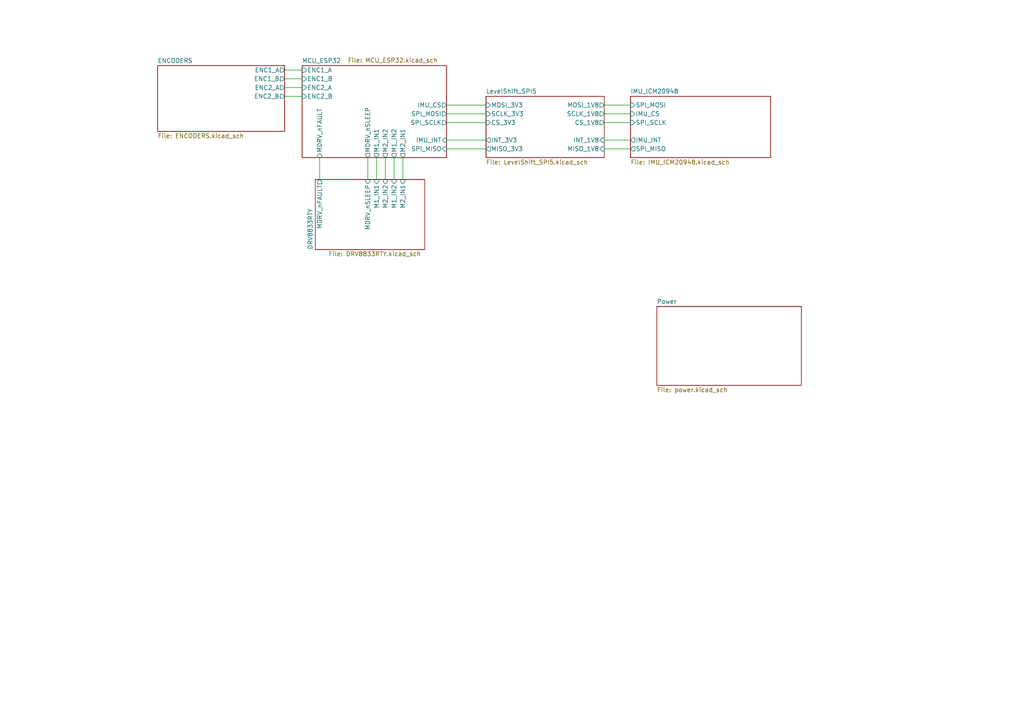
<source format=kicad_sch>
(kicad_sch
	(version 20250114)
	(generator "eeschema")
	(generator_version "9.0")
	(uuid "891cdf0c-b4c2-4f65-9c53-c267913f529d")
	(paper "A4")
	(lib_symbols)
	(wire
		(pts
			(xy 92.71 45.72) (xy 92.71 52.07)
		)
		(stroke
			(width 0)
			(type default)
		)
		(uuid "30e73459-2aa6-4145-80ca-b0e5e909478f")
	)
	(wire
		(pts
			(xy 175.26 35.56) (xy 182.88 35.56)
		)
		(stroke
			(width 0)
			(type default)
		)
		(uuid "42cd5b4a-40e6-4d00-82f0-96792f4babf6")
	)
	(wire
		(pts
			(xy 111.76 45.72) (xy 111.76 52.07)
		)
		(stroke
			(width 0)
			(type default)
		)
		(uuid "5cf24eb6-74b7-450a-a0e2-eaac4e37ba7d")
	)
	(wire
		(pts
			(xy 116.84 45.72) (xy 116.84 52.07)
		)
		(stroke
			(width 0)
			(type default)
		)
		(uuid "63c35713-a196-44aa-93b2-22c1dfd84b09")
	)
	(wire
		(pts
			(xy 129.54 33.02) (xy 140.97 33.02)
		)
		(stroke
			(width 0)
			(type default)
		)
		(uuid "6fd69a06-6b62-4469-8783-246e796b1474")
	)
	(wire
		(pts
			(xy 106.68 45.72) (xy 106.68 52.07)
		)
		(stroke
			(width 0)
			(type default)
		)
		(uuid "7bd4aa6f-99e0-41a0-ab32-b6470bb9068a")
	)
	(wire
		(pts
			(xy 175.26 30.48) (xy 182.88 30.48)
		)
		(stroke
			(width 0)
			(type default)
		)
		(uuid "7cec3729-cedb-44be-95f1-0554997ba570")
	)
	(wire
		(pts
			(xy 114.3 45.72) (xy 114.3 52.07)
		)
		(stroke
			(width 0)
			(type default)
		)
		(uuid "81f9630d-684d-43eb-897c-11e5a0cdb77f")
	)
	(wire
		(pts
			(xy 129.54 40.64) (xy 140.97 40.64)
		)
		(stroke
			(width 0)
			(type default)
		)
		(uuid "9247c72a-fa98-4f5f-9e12-6c79e7e06e2c")
	)
	(wire
		(pts
			(xy 82.55 22.86) (xy 87.63 22.86)
		)
		(stroke
			(width 0)
			(type default)
		)
		(uuid "93f6541e-223c-4fa7-b4fc-b79d55a88b1d")
	)
	(wire
		(pts
			(xy 175.26 40.64) (xy 182.88 40.64)
		)
		(stroke
			(width 0)
			(type default)
		)
		(uuid "95f4d8e7-0a82-4b1c-85ca-bef644862171")
	)
	(wire
		(pts
			(xy 82.55 25.4) (xy 87.63 25.4)
		)
		(stroke
			(width 0)
			(type default)
		)
		(uuid "a48edc7c-c955-43bb-8712-0013a6972ff4")
	)
	(wire
		(pts
			(xy 109.22 45.72) (xy 109.22 52.07)
		)
		(stroke
			(width 0)
			(type default)
		)
		(uuid "a58cb256-7945-4ce7-955f-c1b02eaf6fd8")
	)
	(wire
		(pts
			(xy 82.55 20.32) (xy 87.63 20.32)
		)
		(stroke
			(width 0)
			(type default)
		)
		(uuid "b4770ed4-69fe-4c82-93ce-594cebea4f93")
	)
	(wire
		(pts
			(xy 175.26 33.02) (xy 182.88 33.02)
		)
		(stroke
			(width 0)
			(type default)
		)
		(uuid "ccbbc30e-7897-4ed0-a142-d7cf07ab1db0")
	)
	(wire
		(pts
			(xy 175.26 43.18) (xy 182.88 43.18)
		)
		(stroke
			(width 0)
			(type default)
		)
		(uuid "ce08111a-cd3f-4936-9ca6-d4f9740c88a4")
	)
	(wire
		(pts
			(xy 129.54 35.56) (xy 140.97 35.56)
		)
		(stroke
			(width 0)
			(type default)
		)
		(uuid "e29e3fcd-abdb-4e7b-80b2-4f6f16b49408")
	)
	(wire
		(pts
			(xy 82.55 27.94) (xy 87.63 27.94)
		)
		(stroke
			(width 0)
			(type default)
		)
		(uuid "e5522d90-db44-4514-8b6c-2f7ffb4f0c9d")
	)
	(wire
		(pts
			(xy 129.54 30.48) (xy 140.97 30.48)
		)
		(stroke
			(width 0)
			(type default)
		)
		(uuid "e6379864-e010-48b0-b8dc-766e4182d0c2")
	)
	(wire
		(pts
			(xy 129.54 43.18) (xy 140.97 43.18)
		)
		(stroke
			(width 0)
			(type default)
		)
		(uuid "f53f716e-8461-4216-ac5f-cce5e95062a8")
	)
	(sheet
		(at 91.44 52.07)
		(size 31.75 20.32)
		(exclude_from_sim no)
		(in_bom yes)
		(on_board yes)
		(dnp no)
		(stroke
			(width 0.1524)
			(type solid)
		)
		(fill
			(color 0 0 0 0.0000)
		)
		(uuid "307903b1-5c4f-40ae-a94c-a51eab6addcb")
		(property "Sheetname" "DRV8833RTY"
			(at 90.7284 72.39 90)
			(effects
				(font
					(size 1.27 1.27)
				)
				(justify left bottom)
			)
		)
		(property "Sheetfile" "DRV8833RTY.kicad_sch"
			(at 95.25 72.898 0)
			(effects
				(font
					(size 1.27 1.27)
				)
				(justify left top)
			)
		)
		(pin "MDRV_nSLEEP" input
			(at 106.68 52.07 90)
			(uuid "ba1b9ebb-f6c4-44d7-90dc-739e07494b80")
			(effects
				(font
					(size 1.27 1.27)
				)
				(justify right)
			)
		)
		(pin "MDRV_nFAULT" output
			(at 92.71 52.07 90)
			(uuid "8290fcfc-4f52-4231-a333-08ed36c10f54")
			(effects
				(font
					(size 1.27 1.27)
				)
				(justify right)
			)
		)
		(pin "M1_IN1" input
			(at 109.22 52.07 90)
			(uuid "c1b88cfe-d76e-4d55-b441-ca47a0754367")
			(effects
				(font
					(size 1.27 1.27)
				)
				(justify right)
			)
		)
		(pin "M2_IN2" input
			(at 111.76 52.07 90)
			(uuid "e7f1b411-58c2-432a-a582-88cc267e56e9")
			(effects
				(font
					(size 1.27 1.27)
				)
				(justify right)
			)
		)
		(pin "M1_IN2" input
			(at 114.3 52.07 90)
			(uuid "54c68cf0-dade-42f4-a892-460ed834eb96")
			(effects
				(font
					(size 1.27 1.27)
				)
				(justify right)
			)
		)
		(pin "M2_IN1" input
			(at 116.84 52.07 90)
			(uuid "0761473a-1bf6-4615-86a5-29c3bc6b3576")
			(effects
				(font
					(size 1.27 1.27)
				)
				(justify right)
			)
		)
		(instances
			(project "magnitrometr"
				(path "/891cdf0c-b4c2-4f65-9c53-c267913f529d"
					(page "6")
				)
			)
		)
	)
	(sheet
		(at 190.5 88.9)
		(size 41.91 22.86)
		(exclude_from_sim no)
		(in_bom yes)
		(on_board yes)
		(dnp no)
		(fields_autoplaced yes)
		(stroke
			(width 0.1524)
			(type solid)
		)
		(fill
			(color 0 0 0 0.0000)
		)
		(uuid "32dcc24e-8308-45ed-b18e-b6bb77f40255")
		(property "Sheetname" "Power"
			(at 190.5 88.1884 0)
			(effects
				(font
					(size 1.27 1.27)
				)
				(justify left bottom)
			)
		)
		(property "Sheetfile" "power.kicad_sch"
			(at 190.5 112.3446 0)
			(effects
				(font
					(size 1.27 1.27)
				)
				(justify left top)
			)
		)
		(instances
			(project "magnitrometr"
				(path "/891cdf0c-b4c2-4f65-9c53-c267913f529d"
					(page "2")
				)
			)
		)
	)
	(sheet
		(at 45.72 19.05)
		(size 36.83 19.05)
		(exclude_from_sim no)
		(in_bom yes)
		(on_board yes)
		(dnp no)
		(fields_autoplaced yes)
		(stroke
			(width 0.1524)
			(type solid)
		)
		(fill
			(color 0 0 0 0.0000)
		)
		(uuid "49b0117c-a477-4b00-9c1e-6fa353293008")
		(property "Sheetname" "ENCODERS"
			(at 45.72 18.3384 0)
			(effects
				(font
					(size 1.27 1.27)
				)
				(justify left bottom)
			)
		)
		(property "Sheetfile" "ENCODERS.kicad_sch"
			(at 45.72 38.6846 0)
			(effects
				(font
					(size 1.27 1.27)
				)
				(justify left top)
			)
		)
		(pin "ENC2_A" output
			(at 82.55 25.4 0)
			(uuid "568f8dbd-eac0-4f15-9e06-fa9186588689")
			(effects
				(font
					(size 1.27 1.27)
				)
				(justify right)
			)
		)
		(pin "ENC2_B" output
			(at 82.55 27.94 0)
			(uuid "ace10d8a-e2b7-44df-851e-671420e5c018")
			(effects
				(font
					(size 1.27 1.27)
				)
				(justify right)
			)
		)
		(pin "ENC1_A" output
			(at 82.55 20.32 0)
			(uuid "a94a5817-3c62-4462-bd79-95afa10ad29e")
			(effects
				(font
					(size 1.27 1.27)
				)
				(justify right)
			)
		)
		(pin "ENC1_B" output
			(at 82.55 22.86 0)
			(uuid "3bd69f82-63c1-41d4-bee4-8677aeb6adf6")
			(effects
				(font
					(size 1.27 1.27)
				)
				(justify right)
			)
		)
		(instances
			(project "magnitrometr"
				(path "/891cdf0c-b4c2-4f65-9c53-c267913f529d"
					(page "7")
				)
			)
		)
	)
	(sheet
		(at 140.97 27.94)
		(size 34.29 17.78)
		(exclude_from_sim no)
		(in_bom yes)
		(on_board yes)
		(dnp no)
		(fields_autoplaced yes)
		(stroke
			(width 0.1524)
			(type solid)
		)
		(fill
			(color 0 0 0 0.0000)
		)
		(uuid "99606546-3096-4eba-88f0-5dc571a7049e")
		(property "Sheetname" "LevelShift_SPI5"
			(at 140.97 27.2284 0)
			(effects
				(font
					(size 1.27 1.27)
				)
				(justify left bottom)
			)
		)
		(property "Sheetfile" "LevelShift_SPI5.kicad_sch"
			(at 140.97 46.3046 0)
			(effects
				(font
					(size 1.27 1.27)
				)
				(justify left top)
			)
		)
		(pin "SCLK_3V3" input
			(at 140.97 33.02 180)
			(uuid "961240e5-9c98-4085-82ab-a70666123d53")
			(effects
				(font
					(size 1.27 1.27)
				)
				(justify left)
			)
		)
		(pin "MISO_3V3" output
			(at 140.97 43.18 180)
			(uuid "4327fe9a-a7d9-4fed-a084-1dfcb280f805")
			(effects
				(font
					(size 1.27 1.27)
				)
				(justify left)
			)
		)
		(pin "CS_1V8" output
			(at 175.26 35.56 0)
			(uuid "08a74ef0-7043-4c41-9164-81eb7095619c")
			(effects
				(font
					(size 1.27 1.27)
				)
				(justify right)
			)
		)
		(pin "CS_3V3" input
			(at 140.97 35.56 180)
			(uuid "39813e0d-24d9-4426-81f6-796c2e03292c")
			(effects
				(font
					(size 1.27 1.27)
				)
				(justify left)
			)
		)
		(pin "SCLK_1V8" output
			(at 175.26 33.02 0)
			(uuid "d92549a6-ab6e-4ec7-9e03-8f5964fe1595")
			(effects
				(font
					(size 1.27 1.27)
				)
				(justify right)
			)
		)
		(pin "MOSI_1V8" output
			(at 175.26 30.48 0)
			(uuid "43b8b8f8-644e-4582-9291-c793a752b46a")
			(effects
				(font
					(size 1.27 1.27)
				)
				(justify right)
			)
		)
		(pin "INT_1V8" input
			(at 175.26 40.64 0)
			(uuid "ab84e0b2-36b6-4de8-9c31-6a1a4c9d12b3")
			(effects
				(font
					(size 1.27 1.27)
				)
				(justify right)
			)
		)
		(pin "INT_3V3" output
			(at 140.97 40.64 180)
			(uuid "899a35bd-5584-4dcb-8fb7-e594d8673ea1")
			(effects
				(font
					(size 1.27 1.27)
				)
				(justify left)
			)
		)
		(pin "MOSI_3V3" input
			(at 140.97 30.48 180)
			(uuid "b57fa5d3-751d-4ef7-a5f9-8ba806e8c89b")
			(effects
				(font
					(size 1.27 1.27)
				)
				(justify left)
			)
		)
		(pin "MISO_1V8" input
			(at 175.26 43.18 0)
			(uuid "827b5a4a-93d9-46cb-b307-e9e141c75c9d")
			(effects
				(font
					(size 1.27 1.27)
				)
				(justify right)
			)
		)
		(instances
			(project "magnitrometr"
				(path "/891cdf0c-b4c2-4f65-9c53-c267913f529d"
					(page "5")
				)
			)
		)
	)
	(sheet
		(at 182.88 27.94)
		(size 40.64 17.78)
		(exclude_from_sim no)
		(in_bom yes)
		(on_board yes)
		(dnp no)
		(fields_autoplaced yes)
		(stroke
			(width 0.1524)
			(type solid)
		)
		(fill
			(color 0 0 0 0.0000)
		)
		(uuid "ce5d4f46-d322-4fd2-88f9-a110a0579c5d")
		(property "Sheetname" "IMU_ICM20948"
			(at 182.88 27.2284 0)
			(effects
				(font
					(size 1.27 1.27)
				)
				(justify left bottom)
			)
		)
		(property "Sheetfile" "IMU_ICM20948.kicad_sch"
			(at 182.88 46.3046 0)
			(effects
				(font
					(size 1.27 1.27)
				)
				(justify left top)
			)
		)
		(pin "SPI_MISO" output
			(at 182.88 43.18 180)
			(uuid "a1ecf6ee-fa22-4eaa-ad27-ba2165e56430")
			(effects
				(font
					(size 1.27 1.27)
				)
				(justify left)
			)
		)
		(pin "SPI_SCLK" input
			(at 182.88 35.56 180)
			(uuid "7494c950-015c-4065-9251-fb60d7bdef90")
			(effects
				(font
					(size 1.27 1.27)
				)
				(justify left)
			)
		)
		(pin "IMU_INT" output
			(at 182.88 40.64 180)
			(uuid "0a0feab8-c0ba-489f-b0ff-0703828dbb7f")
			(effects
				(font
					(size 1.27 1.27)
				)
				(justify left)
			)
		)
		(pin "SPI_MOSI" input
			(at 182.88 30.48 180)
			(uuid "7c09ace1-0f59-4206-9d72-231025128c86")
			(effects
				(font
					(size 1.27 1.27)
				)
				(justify left)
			)
		)
		(pin "IMU_CS" input
			(at 182.88 33.02 180)
			(uuid "6e1e4564-f21c-4415-9b49-6fff7fd6ae55")
			(effects
				(font
					(size 1.27 1.27)
				)
				(justify left)
			)
		)
		(instances
			(project "magnitrometr"
				(path "/891cdf0c-b4c2-4f65-9c53-c267913f529d"
					(page "3")
				)
			)
		)
	)
	(sheet
		(at 87.63 19.05)
		(size 41.91 26.67)
		(exclude_from_sim no)
		(in_bom yes)
		(on_board yes)
		(dnp no)
		(stroke
			(width 0.1524)
			(type solid)
		)
		(fill
			(color 0 0 0 0.0000)
		)
		(uuid "eab108bc-b5ef-4041-a8f9-77ee982e0ad7")
		(property "Sheetname" "MCU_ESP32"
			(at 87.63 18.3384 0)
			(effects
				(font
					(size 1.27 1.27)
				)
				(justify left bottom)
			)
		)
		(property "Sheetfile" "MCU_ESP32.kicad_sch"
			(at 100.838 16.764 0)
			(effects
				(font
					(size 1.27 1.27)
				)
				(justify left top)
			)
		)
		(pin "IMU_CS" output
			(at 129.54 30.48 0)
			(uuid "e1ba15e6-5a1b-4863-9163-b3195a1e06f2")
			(effects
				(font
					(size 1.27 1.27)
				)
				(justify right)
			)
		)
		(pin "IMU_INT" input
			(at 129.54 40.64 0)
			(uuid "3bb0ba94-0f12-4e0c-8069-b3a9e2a68a99")
			(effects
				(font
					(size 1.27 1.27)
				)
				(justify right)
			)
		)
		(pin "SPI_MISO" input
			(at 129.54 43.18 0)
			(uuid "589c4dc2-92ea-4984-b974-5346dec4099c")
			(effects
				(font
					(size 1.27 1.27)
				)
				(justify right)
			)
		)
		(pin "SPI_MOSI" output
			(at 129.54 33.02 0)
			(uuid "b079e233-7612-4e59-9738-7da3b786e177")
			(effects
				(font
					(size 1.27 1.27)
				)
				(justify right)
			)
		)
		(pin "SPI_SCLK" output
			(at 129.54 35.56 0)
			(uuid "72ba8f91-d7c8-42c6-8d30-115e30750079")
			(effects
				(font
					(size 1.27 1.27)
				)
				(justify right)
			)
		)
		(pin "MDRV_nSLEEP" output
			(at 106.68 45.72 270)
			(uuid "1ae68983-9db4-440f-a65e-2c0fc1c0aa26")
			(effects
				(font
					(size 1.27 1.27)
				)
				(justify left)
			)
		)
		(pin "MDRV_nFAULT" input
			(at 92.71 45.72 270)
			(uuid "87a38e5c-b941-4cd6-ba91-4933ecf05c5c")
			(effects
				(font
					(size 1.27 1.27)
				)
				(justify left)
			)
		)
		(pin "M1_IN1" output
			(at 109.22 45.72 270)
			(uuid "9d4b4f92-0ebc-429a-bf0f-b14f166de08d")
			(effects
				(font
					(size 1.27 1.27)
				)
				(justify left)
			)
		)
		(pin "ENC1_B" input
			(at 87.63 22.86 180)
			(uuid "792a0d10-d54b-4672-b88b-b1de1586788a")
			(effects
				(font
					(size 1.27 1.27)
				)
				(justify left)
			)
		)
		(pin "M2_IN2" output
			(at 111.76 45.72 270)
			(uuid "fe827c48-6296-4114-acb2-a73fb4fc4516")
			(effects
				(font
					(size 1.27 1.27)
				)
				(justify left)
			)
		)
		(pin "M1_IN2" output
			(at 114.3 45.72 270)
			(uuid "ce9eaed2-23e0-42f2-9167-f33191fec502")
			(effects
				(font
					(size 1.27 1.27)
				)
				(justify left)
			)
		)
		(pin "M2_IN1" output
			(at 116.84 45.72 270)
			(uuid "cab98cb2-bbb3-421d-a603-748747fb9cc6")
			(effects
				(font
					(size 1.27 1.27)
				)
				(justify left)
			)
		)
		(pin "ENC2_B" input
			(at 87.63 27.94 180)
			(uuid "48f5dd2e-d44f-4ec8-b472-3afde38801a2")
			(effects
				(font
					(size 1.27 1.27)
				)
				(justify left)
			)
		)
		(pin "ENC2_A" input
			(at 87.63 25.4 180)
			(uuid "112b9aa2-991c-49eb-a7b8-d016701a2401")
			(effects
				(font
					(size 1.27 1.27)
				)
				(justify left)
			)
		)
		(pin "ENC1_A" input
			(at 87.63 20.32 180)
			(uuid "2e6d0d9b-2a90-4f6f-ba32-d28341d6b9c6")
			(effects
				(font
					(size 1.27 1.27)
				)
				(justify left)
			)
		)
		(instances
			(project "magnitrometr"
				(path "/891cdf0c-b4c2-4f65-9c53-c267913f529d"
					(page "4")
				)
			)
		)
	)
	(sheet_instances
		(path "/"
			(page "1")
		)
	)
	(embedded_fonts no)
)

</source>
